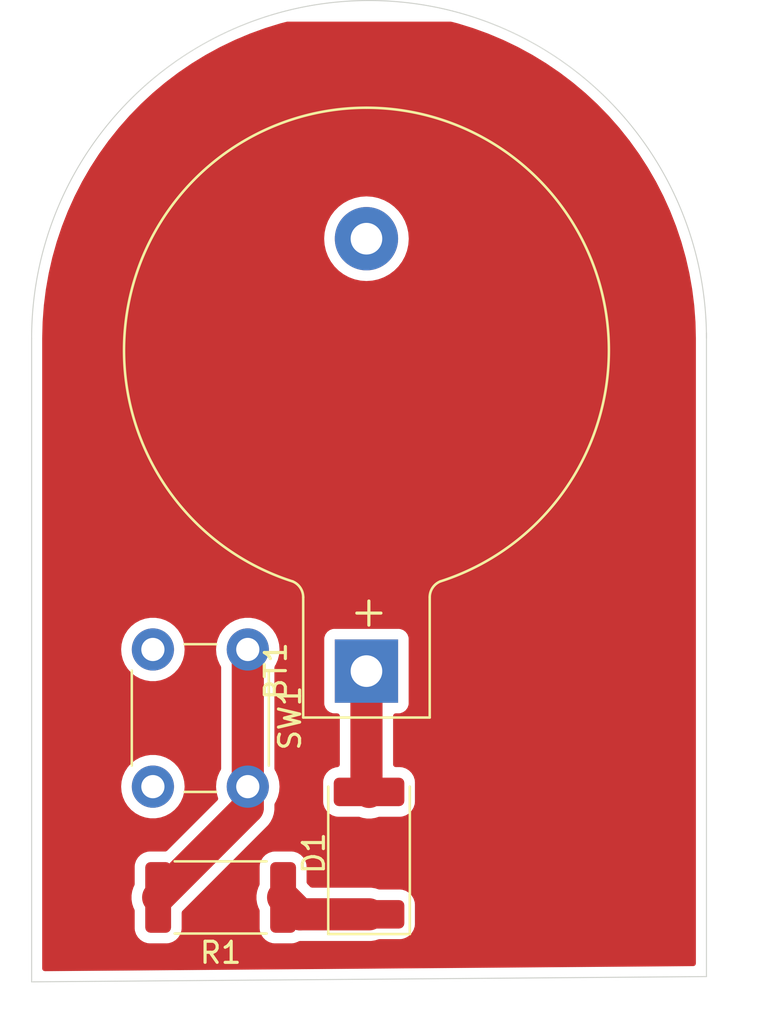
<source format=kicad_pcb>
(kicad_pcb (version 20240108) (generator "pcbnew") (generator_version "8.0")
  (layers (0 "F.Cu" signal) (31 "B.Cu" signal) (34 "B.Paste" user) (35 "F.Paste" user) (36 "B.SilkS" user "B.Silkscreen") (37 "F.SilkS" user "F.Silkscreen") (38 "B.Mask" user) (39 "F.Mask" user) (44 "Edge.Cuts" user))
  (net 0 "")
  (net 1 "Net-(BT1-+)")
  (net 2 "GND")
  (net 3 "Net-(D1-K)")
  (net 4 "Net-(SW1-A)")
  (footprint "Button_Switch_THT:SW_PUSH_6mm" (layer "F.Cu") (at 107.25 79.25 -90)
    (property "Reference" "SW1" (at 3.25 -2 90) (layer "F.SilkS"))
    (property "Value" "SW_SPST")
    (fp_line (start 1 5.5) (end 5.5 5.5) (stroke (width 0.12)) (layer "F.SilkS"))
    (fp_line (start 6.75 3) (end 6.75 1.5) (stroke (width 0.12)) (layer "F.SilkS"))
    (fp_line (start -0.25 1.5) (end -0.25 3) (stroke (width 0.12)) (layer "F.SilkS"))
    (fp_line (start 5.5 -1) (end 1 -1) (stroke (width 0.12)) (layer "F.SilkS"))
    (pad "1" thru_hole circle (at 0 0) (size 2 2) (drill 1.1) (layers "*.Cu" "*.Mask") (net 4 "Net-(SW1-A)"))
    (pad "1" thru_hole circle (at 6.5 0) (size 2 2) (drill 1.1) (layers "*.Cu" "*.Mask") (net 4 "Net-(SW1-A)"))
    (pad "2" thru_hole circle (at 0 4.5) (size 2 2) (drill 1.1) (layers "*.Cu" "*.Mask") (net 2 "GND"))
    (pad "2" thru_hole circle (at 6.5 4.5) (size 2 2) (drill 1.1) (layers "*.Cu" "*.Mask") (net 2 "GND"))
  )
  (footprint "Resistor_SMD:R_2512_6332Metric" (layer "F.Cu") (at 105.9625 91 180)
    (property "Reference" "R1" (at 0 -2.62 360) (layer "F.SilkS"))
    (property "Value" "R_US")
    (fp_line (start -2.177064 1.71) (end 2.177064 1.71) (stroke (width 0.12)) (layer "F.SilkS"))
    (fp_line (start -2.177064 -1.71) (end 2.177064 -1.71) (stroke (width 0.12)) (layer "F.SilkS"))
    (pad "1" smd roundrect (at -2.9625 0 180) (size 1.225 3.35) (layers "F.Cu" "F.Paste" "F.Mask") (roundrect_rratio 0.204082) (net 3 "Net-(D1-K)"))
    (pad "2" smd roundrect (at 2.9625 0 180) (size 1.225 3.35) (layers "F.Cu" "F.Paste" "F.Mask") (roundrect_rratio 0.204082) (net 4 "Net-(SW1-A)"))
  )
  (footprint "LED_SMD:LED_2512_6332Metric" (layer "F.Cu") (at 113 88.9 90)
    (property "Reference" "D1" (at 0 -2.62 90) (layer "F.SilkS"))
    (property "Value" "LED")
    (fp_line (start 3.15 -1.935) (end -3.835 -1.935) (stroke (width 0.12)) (layer "F.SilkS"))
    (fp_line (start -3.835 -1.935) (end -3.835 1.935) (stroke (width 0.12)) (layer "F.SilkS"))
    (fp_line (start -3.835 1.935) (end 3.15 1.935) (stroke (width 0.12)) (layer "F.SilkS"))
    (pad "1" smd roundrect (at -2.9 0 90) (size 1.35 3.35) (layers "F.Cu" "F.Paste" "F.Mask") (roundrect_rratio 0.185185) (net 3 "Net-(D1-K)"))
    (pad "2" smd roundrect (at 2.9 0 90) (size 1.35 3.35) (layers "F.Cu" "F.Paste" "F.Mask") (roundrect_rratio 0.185185) (net 1 "Net-(BT1-+)"))
  )
  (footprint "Battery:BatteryHolder_Keystone_103_1x20mm" (layer "F.Cu") (at 112.8775 80.275717 90)
    (property "Reference" "BT1" (at 0 -4.3 90) (layer "F.SilkS"))
    (property "Value" "Battery_Cell")
    (fp_line (start -2.2 -3) (end 3.5 -3) (stroke (width 0.12)) (layer "F.SilkS"))
    (fp_line (start -2.2 3) (end -2.2 -3) (stroke (width 0.12)) (layer "F.SilkS"))
    (fp_line (start -2.2 3) (end 3.5 3) (stroke (width 0.12)) (layer "F.SilkS"))
    (fp_arc (start 4.25 -3.5) (mid 3.950694 -3.136459) (end 3.5 -3) (stroke (width 0.12)) (layer "F.SilkS"))
    (fp_arc (start 4.25 -3.5) (mid 16.971103 -11.358466) (end 26.695671 0) (stroke (width 0.12)) (layer "F.SilkS"))
    (fp_arc (start 26.695671 0) (mid 16.971103 11.358466) (end 4.25 3.5) (stroke (width 0.12)) (layer "F.SilkS"))
    (fp_arc (start 3.5 3) (mid 3.950694 3.136459) (end 4.25 3.5) (stroke (width 0.12)) (layer "F.SilkS"))
    (fp_text user "+" (at 2.75 0 90) (layer "F.SilkS") (effects (font (size 1.5 1.5))))
    (pad "1" thru_hole rect (at 0 0 90) (size 3 3) (drill 1.5) (layers "*.Cu" "*.Mask") (net 1 "Net-(BT1-+)"))
    (pad "2" thru_hole circle (at 20.49 0 90) (size 3 3) (drill 1.5) (layers "*.Cu" "*.Mask") (net 2 "GND"))
  )
  (gr_line (start 129 64.25) (end 129 94.75) (stroke (width 0.05)) (layer "Edge.Cuts"))
  (gr_arc (start 97 64.5) (mid 113 48.5) (end 129 64.5) (stroke (width 0.05)) (layer "Edge.Cuts"))
  (gr_line (start 97 64.5) (end 97 95) (stroke (width 0.05)) (layer "Edge.Cuts"))
  (gr_line (start 97 95) (end 129 94.75) (stroke (width 0.05)) (layer "Edge.Cuts"))
  (segment (start 112.8775 80.275717) (end 112.8775 85.8775) (width 1.524) (layer "F.Cu") (net 1))
  (segment (start 112.8775 85.8775) (end 113 86) (width 1.524) (layer "F.Cu") (net 1))
  (segment (start 109.725 91.8) (end 108.925 91) (width 1.524) (layer "F.Cu") (net 3))
  (segment (start 113 91.8) (end 109.725 91.8) (width 1.524) (layer "F.Cu") (net 3))
  (segment (start 103 91) (end 107.25 86.75) (width 1.524) (layer "F.Cu") (net 4))
  (segment (start 107.25 86.75) (end 107.25 79.25) (width 1.524) (layer "F.Cu") (net 4))
  (zone (net 0) (net_name "") (layer "F.Cu") (connect_pads (clearance 0.5)) (min_thickness 0.25) (fill yes (thermal_gap 0.5) (thermal_bridge_width 0.5) (island_removal_mode 1) (island_area_min 10))
    (polygon (pts (xy 95.5 49.5) (xy 131 49.5) (xy 131.5 97) (xy 95.5 97)))
  )
)
</source>
